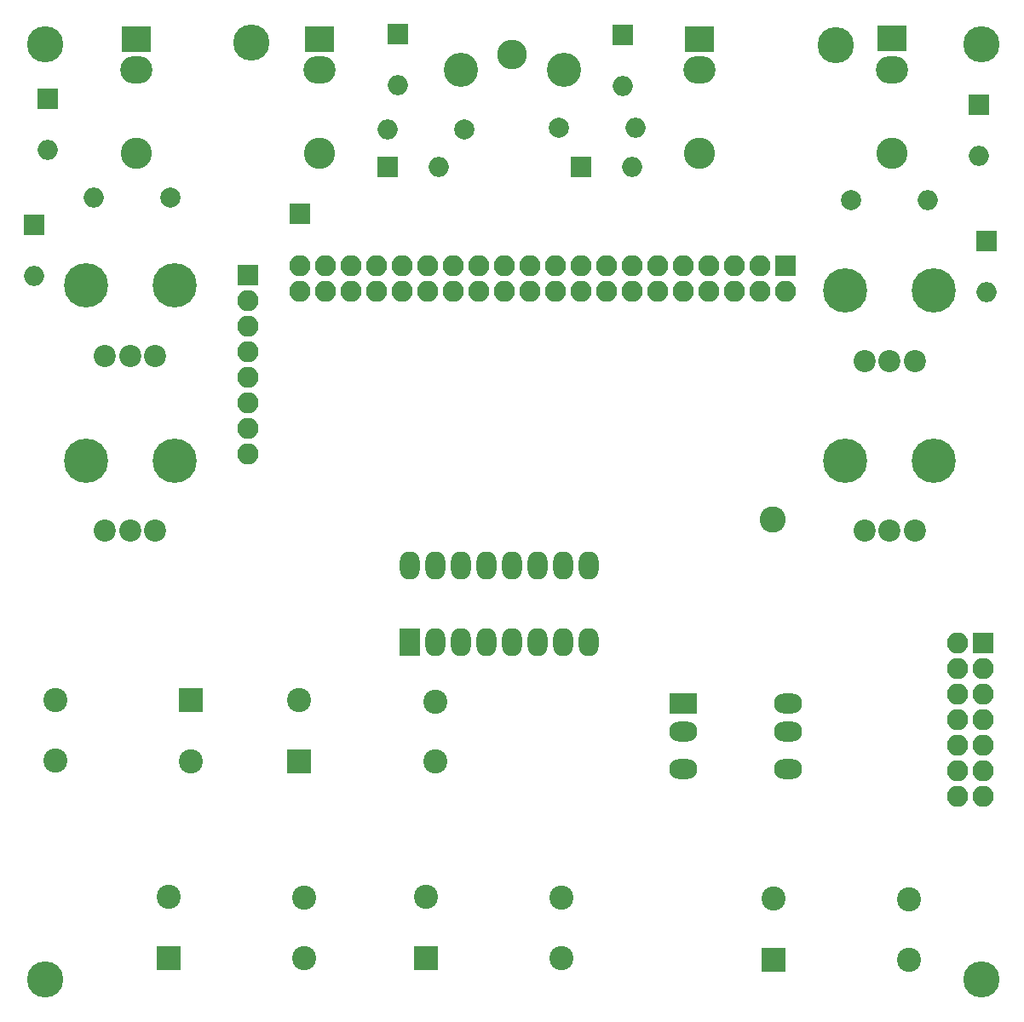
<source format=gts>
G04 #@! TF.FileFunction,Soldermask,Top*
%FSLAX46Y46*%
G04 Gerber Fmt 4.6, Leading zero omitted, Abs format (unit mm)*
G04 Created by KiCad (PCBNEW 4.0.7) date 08/19/19 23:06:34*
%MOMM*%
%LPD*%
G01*
G04 APERTURE LIST*
%ADD10C,0.100000*%
%ADD11C,3.600000*%
%ADD12R,2.000000X2.000000*%
%ADD13O,2.000000X2.000000*%
%ADD14O,3.200000X2.750000*%
%ADD15R,3.000000X2.550000*%
%ADD16C,3.100000*%
%ADD17R,2.100000X2.100000*%
%ADD18O,2.100000X2.100000*%
%ADD19C,3.400000*%
%ADD20C,2.950000*%
%ADD21R,2.800000X2.000000*%
%ADD22O,2.800000X2.000000*%
%ADD23C,2.000000*%
%ADD24C,2.200000*%
%ADD25C,4.400000*%
%ADD26R,2.000000X2.800000*%
%ADD27O,2.000000X2.800000*%
%ADD28C,2.400000*%
%ADD29R,2.400000X2.400000*%
%ADD30C,2.600000*%
G04 APERTURE END LIST*
D10*
D11*
X187000000Y-38650000D03*
X128950000Y-38350000D03*
X108500000Y-38500000D03*
X201500000Y-38500000D03*
X201500000Y-131500000D03*
X108500000Y-131500000D03*
D12*
X108700000Y-43900000D03*
D13*
X108700000Y-48980000D03*
D12*
X107400000Y-56500000D03*
D13*
X107400000Y-61580000D03*
D12*
X143500000Y-37500000D03*
D13*
X143500000Y-42580000D03*
D12*
X142500000Y-50700000D03*
D13*
X147580000Y-50700000D03*
D12*
X165900000Y-37600000D03*
D13*
X165900000Y-42680000D03*
D12*
X161700000Y-50700000D03*
D13*
X166780000Y-50700000D03*
D12*
X201300000Y-44500000D03*
D13*
X201300000Y-49580000D03*
D12*
X202000000Y-58100000D03*
D13*
X202000000Y-63180000D03*
D14*
X117500000Y-41100000D03*
D15*
X117500000Y-38000000D03*
D16*
X117500000Y-49400000D03*
D14*
X135700000Y-41100000D03*
D15*
X135700000Y-38000000D03*
D16*
X135700000Y-49400000D03*
D14*
X173500000Y-41100000D03*
D15*
X173500000Y-38000000D03*
D16*
X173500000Y-49400000D03*
D14*
X192650000Y-41050000D03*
D15*
X192650000Y-37950000D03*
D16*
X192650000Y-49350000D03*
D17*
X128600000Y-61500000D03*
D18*
X128600000Y-64040000D03*
X128600000Y-66580000D03*
X128600000Y-69120000D03*
X128600000Y-71660000D03*
X128600000Y-74200000D03*
X128600000Y-76740000D03*
X128600000Y-79280000D03*
D17*
X133750000Y-55350000D03*
D19*
X149750000Y-41100000D03*
X160050000Y-41100000D03*
D20*
X154900000Y-39500000D03*
D17*
X182000000Y-60500000D03*
D18*
X182000000Y-63040000D03*
X179460000Y-60500000D03*
X179460000Y-63040000D03*
X176920000Y-60500000D03*
X176920000Y-63040000D03*
X174380000Y-60500000D03*
X174380000Y-63040000D03*
X171840000Y-60500000D03*
X171840000Y-63040000D03*
X169300000Y-60500000D03*
X169300000Y-63040000D03*
X166760000Y-60500000D03*
X166760000Y-63040000D03*
X164220000Y-60500000D03*
X164220000Y-63040000D03*
X161680000Y-60500000D03*
X161680000Y-63040000D03*
X159140000Y-60500000D03*
X159140000Y-63040000D03*
X156600000Y-60500000D03*
X156600000Y-63040000D03*
X154060000Y-60500000D03*
X154060000Y-63040000D03*
X151520000Y-60500000D03*
X151520000Y-63040000D03*
X148980000Y-60500000D03*
X148980000Y-63040000D03*
X146440000Y-60500000D03*
X146440000Y-63040000D03*
X143900000Y-60500000D03*
X143900000Y-63040000D03*
X141360000Y-60500000D03*
X141360000Y-63040000D03*
X138820000Y-60500000D03*
X138820000Y-63040000D03*
X136280000Y-60500000D03*
X136280000Y-63040000D03*
X133740000Y-60500000D03*
X133740000Y-63040000D03*
D21*
X171900000Y-104050000D03*
D22*
X182300000Y-110550000D03*
X171900000Y-106850000D03*
X182300000Y-106850000D03*
X171900000Y-110550000D03*
X182270000Y-104050000D03*
D23*
X120900000Y-53800000D03*
D13*
X113280000Y-53800000D03*
D23*
X150100000Y-47000000D03*
D13*
X142480000Y-47000000D03*
D23*
X159500000Y-46800000D03*
D13*
X167120000Y-46800000D03*
D23*
X188600000Y-54000000D03*
D13*
X196220000Y-54000000D03*
D24*
X114400000Y-69500000D03*
X116900000Y-69500000D03*
X119400000Y-69500000D03*
D25*
X112500000Y-62500000D03*
X121300000Y-62500000D03*
D24*
X114400000Y-86900000D03*
X116900000Y-86900000D03*
X119400000Y-86900000D03*
D25*
X112500000Y-79900000D03*
X121300000Y-79900000D03*
D24*
X189900000Y-70000000D03*
X192400000Y-70000000D03*
X194900000Y-70000000D03*
D25*
X188000000Y-63000000D03*
X196800000Y-63000000D03*
D24*
X189900000Y-86900000D03*
X192400000Y-86900000D03*
X194900000Y-86900000D03*
D25*
X188000000Y-79900000D03*
X196800000Y-79900000D03*
D26*
X144700000Y-98000000D03*
D27*
X162480000Y-90380000D03*
X147240000Y-98000000D03*
X159940000Y-90380000D03*
X149780000Y-98000000D03*
X157400000Y-90380000D03*
X152320000Y-98000000D03*
X154860000Y-90380000D03*
X154860000Y-98000000D03*
X152320000Y-90380000D03*
X157400000Y-98000000D03*
X149780000Y-90380000D03*
X159940000Y-98000000D03*
X147240000Y-90380000D03*
X162480000Y-98000000D03*
X144700000Y-90380000D03*
D17*
X201700000Y-98050000D03*
D18*
X199160000Y-98050000D03*
X201700000Y-100590000D03*
X199160000Y-100590000D03*
X201700000Y-103130000D03*
X199160000Y-103130000D03*
X201700000Y-105670000D03*
X199160000Y-105670000D03*
X201700000Y-108210000D03*
X199160000Y-108210000D03*
X201700000Y-110750000D03*
X199160000Y-110750000D03*
X201700000Y-113290000D03*
X199160000Y-113290000D03*
D28*
X122950000Y-109800000D03*
X109450000Y-109700000D03*
D29*
X122950000Y-103700000D03*
D28*
X109450000Y-103700000D03*
X120700000Y-123250000D03*
X134200000Y-123350000D03*
D29*
X120700000Y-129350000D03*
D28*
X134200000Y-129350000D03*
X133700000Y-103750000D03*
X147200000Y-103850000D03*
D29*
X133700000Y-109850000D03*
D28*
X147200000Y-109850000D03*
X146300000Y-123250000D03*
X159800000Y-123350000D03*
D29*
X146300000Y-129350000D03*
D28*
X159800000Y-129350000D03*
X180850000Y-123450000D03*
X194350000Y-123550000D03*
D29*
X180850000Y-129550000D03*
D28*
X194350000Y-129550000D03*
D30*
X180750000Y-85750000D03*
M02*

</source>
